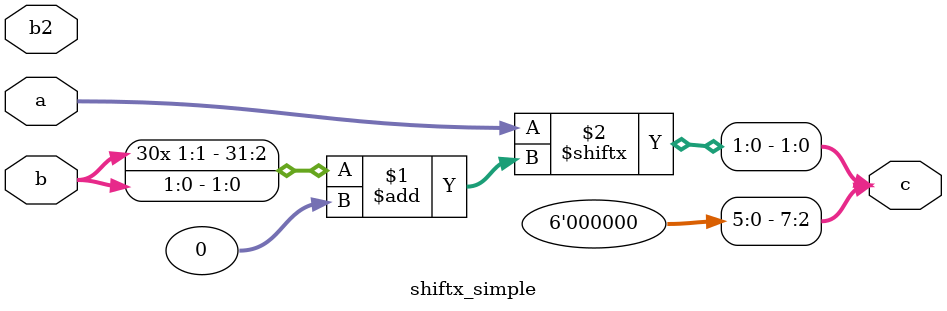
<source format=v>

module shiftx_simple(input [7:0] a, input [1:0] b, input [1:0] b2, output [7:0] c);

assign c = a[$signed(b) +: b2];
//assign c = a[b +: 8];
//assign c = $signed(a) >>> $unsigned(b);
//assign c = a[$signed(-2)+:8];

endmodule


</source>
